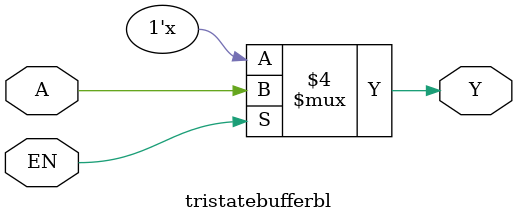
<source format=v>
module tristatebufferbl (A,EN,Y);
	output reg Y;
	input A,EN;
	always@(*) begin
	if(EN==1'b1)
		Y=A;
	else
		Y=1'bz;
	end
endmodule
	

</source>
